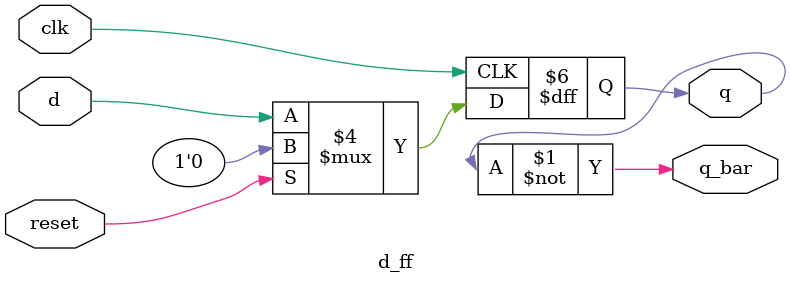
<source format=v>

module d_ff (
    input  wire clk,      // Clock signal
    input  wire reset,    // Synchronous reset (active-high)
    input  wire d,        // Data input
    output reg  q,        // Registered output
    output wire q_bar     // Complementary output
);

    // Continuous assignment for complementary output
    assign q_bar = ~q;

    // Sequential logic: capture data on rising clock edge
    always @(posedge clk) begin
        if (reset) begin
            q <= 1'b0;    // Reset state
        end else begin
            q <= d;       // Store input data
        end
    end

endmodule

</source>
